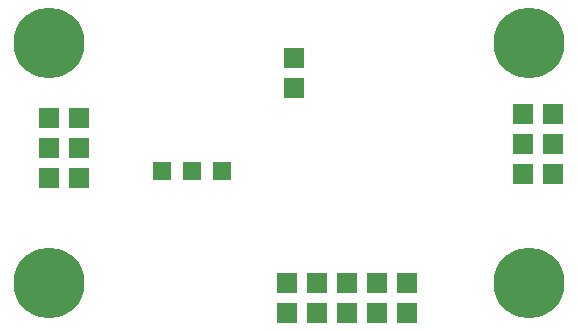
<source format=gbr>
%TF.GenerationSoftware,KiCad,Pcbnew,6.0.11+dfsg-1~bpo11+1*%
%TF.CreationDate,2023-04-13T01:02:43+00:00*%
%TF.ProjectId,PCRD01,50435244-3031-42e6-9b69-6361645f7063,01A*%
%TF.SameCoordinates,Original*%
%TF.FileFunction,Soldermask,Top*%
%TF.FilePolarity,Negative*%
%FSLAX46Y46*%
G04 Gerber Fmt 4.6, Leading zero omitted, Abs format (unit mm)*
G04 Created by KiCad (PCBNEW 6.0.11+dfsg-1~bpo11+1) date 2023-04-13 01:02:43*
%MOMM*%
%LPD*%
G01*
G04 APERTURE LIST*
%ADD10R,1.651000X1.651000*%
%ADD11C,6.000000*%
%ADD12R,1.524000X1.524000*%
G04 APERTURE END LIST*
D10*
%TO.C,J1*%
X140458000Y-90709000D03*
X140458000Y-88169000D03*
X140458000Y-85629000D03*
X137918000Y-85629000D03*
X137918000Y-88169000D03*
X137918000Y-90709000D03*
%TD*%
%TO.C,J2*%
X158034800Y-102139000D03*
X160574800Y-102139000D03*
X163114800Y-102139000D03*
X165654800Y-102139000D03*
X168194800Y-102139000D03*
X168194800Y-99599000D03*
X165654800Y-99599000D03*
X163114800Y-99599000D03*
X160574800Y-99599000D03*
X158034800Y-99599000D03*
%TD*%
%TO.C,J5*%
X180564600Y-90353400D03*
X180564600Y-87813400D03*
X180564600Y-85273400D03*
X178024600Y-85273400D03*
X178024600Y-87813400D03*
X178024600Y-90353400D03*
%TD*%
D11*
%TO.C,P4*%
X137918000Y-99599000D03*
%TD*%
%TO.C,P3*%
X137918000Y-79279000D03*
%TD*%
%TO.C,P1*%
X178558000Y-99599000D03*
%TD*%
%TO.C,P2*%
X178558000Y-79279000D03*
%TD*%
D10*
%TO.C,J4*%
X158619000Y-83089000D03*
X158619000Y-80549000D03*
%TD*%
D12*
%TO.C,J3*%
X147443000Y-90074000D03*
X149983000Y-90074000D03*
X152523000Y-90074000D03*
%TD*%
M02*

</source>
